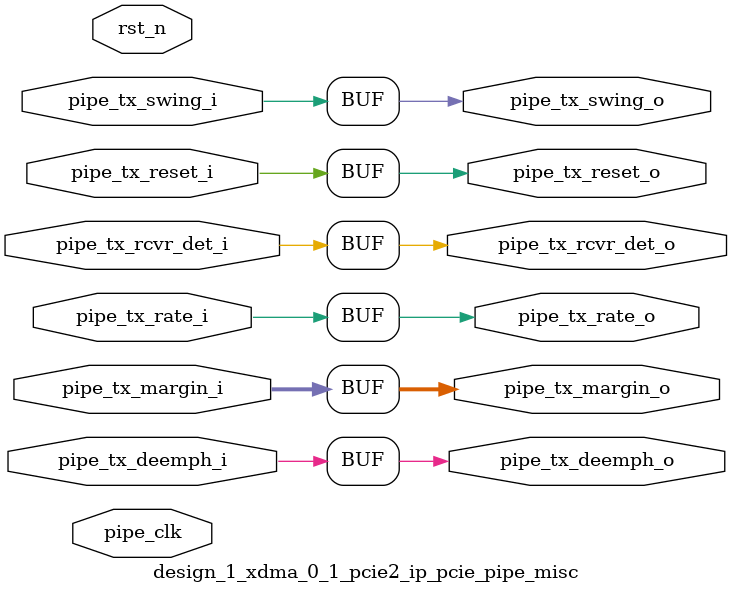
<source format=v>

`timescale 1ps/1ps

(* DowngradeIPIdentifiedWarnings = "yes" *)
module design_1_xdma_0_1_pcie2_ip_pcie_pipe_misc #
(
    parameter        PIPE_PIPELINE_STAGES = 0,    // 0 - 0 stages, 1 - 1 stage, 2 - 2 stages
    parameter TCQ  = 1 // synthesis warning solved: parameter declaration becomes local
)
(

    input   wire        pipe_tx_rcvr_det_i       ,     // PIPE Tx Receiver Detect
    input   wire        pipe_tx_reset_i          ,     // PIPE Tx Reset
    input   wire        pipe_tx_rate_i           ,     // PIPE Tx Rate
    input   wire        pipe_tx_deemph_i         ,     // PIPE Tx Deemphasis
    input   wire [2:0]  pipe_tx_margin_i         ,     // PIPE Tx Margin
    input   wire        pipe_tx_swing_i          ,     // PIPE Tx Swing

    output  wire        pipe_tx_rcvr_det_o       ,     // Pipelined PIPE Tx Receiver Detect
    output  wire        pipe_tx_reset_o          ,     // Pipelined PIPE Tx Reset
    output  wire        pipe_tx_rate_o           ,     // Pipelined PIPE Tx Rate
    output  wire        pipe_tx_deemph_o         ,     // Pipelined PIPE Tx Deemphasis
    output  wire [2:0]  pipe_tx_margin_o         ,     // Pipelined PIPE Tx Margin
    output  wire        pipe_tx_swing_o          ,     // Pipelined PIPE Tx Swing

    input   wire        pipe_clk                ,      // PIPE Clock
    input   wire        rst_n                          // Reset
);

//******************************************************************//
// Reality check.                                                   //
//******************************************************************//

//    parameter TCQ  = 1;      // clock to out delay model

    generate

    if (PIPE_PIPELINE_STAGES == 0) begin : pipe_stages_0

        assign pipe_tx_rcvr_det_o = pipe_tx_rcvr_det_i;
        assign pipe_tx_reset_o  = pipe_tx_reset_i;
        assign pipe_tx_rate_o = pipe_tx_rate_i;
        assign pipe_tx_deemph_o = pipe_tx_deemph_i;
        assign pipe_tx_margin_o = pipe_tx_margin_i;
        assign pipe_tx_swing_o = pipe_tx_swing_i;

    end // if (PIPE_PIPELINE_STAGES == 0)
    else if (PIPE_PIPELINE_STAGES == 1) begin : pipe_stages_1

    reg                pipe_tx_rcvr_det_q       ;
    reg                pipe_tx_reset_q          ;
    reg                pipe_tx_rate_q           ;
    reg                pipe_tx_deemph_q         ;
    reg [2:0]          pipe_tx_margin_q         ;
    reg                pipe_tx_swing_q          ;

        always @(posedge pipe_clk) begin

        if (rst_n)
        begin

            pipe_tx_rcvr_det_q <= #TCQ 0;
            pipe_tx_reset_q  <= #TCQ 1'b1;
            pipe_tx_rate_q <= #TCQ 0;
            pipe_tx_deemph_q <= #TCQ 1'b1;
            pipe_tx_margin_q <= #TCQ 0;
            pipe_tx_swing_q <= #TCQ 0;

        end
        else
        begin

            pipe_tx_rcvr_det_q <= #TCQ pipe_tx_rcvr_det_i;
            pipe_tx_reset_q  <= #TCQ pipe_tx_reset_i;
            pipe_tx_rate_q <= #TCQ pipe_tx_rate_i;
            pipe_tx_deemph_q <= #TCQ pipe_tx_deemph_i;
            pipe_tx_margin_q <= #TCQ pipe_tx_margin_i;
            pipe_tx_swing_q <= #TCQ pipe_tx_swing_i;

          end

        end

        assign pipe_tx_rcvr_det_o = pipe_tx_rcvr_det_q;
        assign pipe_tx_reset_o  = pipe_tx_reset_q;
        assign pipe_tx_rate_o = pipe_tx_rate_q;
        assign pipe_tx_deemph_o = pipe_tx_deemph_q;
        assign pipe_tx_margin_o = pipe_tx_margin_q;
        assign pipe_tx_swing_o = pipe_tx_swing_q;

    end // if (PIPE_PIPELINE_STAGES == 1)
    else if (PIPE_PIPELINE_STAGES == 2) begin : pipe_stages_2

    reg                pipe_tx_rcvr_det_q       ;
    reg                pipe_tx_reset_q          ;
    reg                pipe_tx_rate_q           ;
    reg                pipe_tx_deemph_q         ;
    reg [2:0]          pipe_tx_margin_q         ;
    reg                pipe_tx_swing_q          ;

    reg                pipe_tx_rcvr_det_qq      ;
    reg                pipe_tx_reset_qq         ;
    reg                pipe_tx_rate_qq          ;
    reg                pipe_tx_deemph_qq        ;
    reg [2:0]          pipe_tx_margin_qq        ;
    reg                pipe_tx_swing_qq         ;

        always @(posedge pipe_clk) begin

        if (rst_n)
        begin

            pipe_tx_rcvr_det_q <= #TCQ 0;
            pipe_tx_reset_q  <= #TCQ 1'b1;
            pipe_tx_rate_q <= #TCQ 0;
            pipe_tx_deemph_q <= #TCQ 1'b1;
            pipe_tx_margin_q <= #TCQ 0;
            pipe_tx_swing_q <= #TCQ 0;

            pipe_tx_rcvr_det_qq <= #TCQ 0;
            pipe_tx_reset_qq  <= #TCQ 1'b1;
            pipe_tx_rate_qq <= #TCQ 0;
            pipe_tx_deemph_qq <= #TCQ 1'b1;
            pipe_tx_margin_qq <= #TCQ 0;
            pipe_tx_swing_qq <= #TCQ 0;

        end
        else
        begin

            pipe_tx_rcvr_det_q <= #TCQ pipe_tx_rcvr_det_i;
            pipe_tx_reset_q  <= #TCQ pipe_tx_reset_i;
            pipe_tx_rate_q <= #TCQ pipe_tx_rate_i;
            pipe_tx_deemph_q <= #TCQ pipe_tx_deemph_i;
            pipe_tx_margin_q <= #TCQ pipe_tx_margin_i;
            pipe_tx_swing_q <= #TCQ pipe_tx_swing_i;

            pipe_tx_rcvr_det_qq <= #TCQ pipe_tx_rcvr_det_q;
            pipe_tx_reset_qq  <= #TCQ pipe_tx_reset_q;
            pipe_tx_rate_qq <= #TCQ pipe_tx_rate_q;
            pipe_tx_deemph_qq <= #TCQ pipe_tx_deemph_q;
            pipe_tx_margin_qq <= #TCQ pipe_tx_margin_q;
            pipe_tx_swing_qq <= #TCQ pipe_tx_swing_q;

          end

        end

        assign pipe_tx_rcvr_det_o = pipe_tx_rcvr_det_qq;
        assign pipe_tx_reset_o  = pipe_tx_reset_qq;
        assign pipe_tx_rate_o = pipe_tx_rate_qq;
        assign pipe_tx_deemph_o = pipe_tx_deemph_qq;
        assign pipe_tx_margin_o = pipe_tx_margin_qq;
        assign pipe_tx_swing_o = pipe_tx_swing_qq;

    end // if (PIPE_PIPELINE_STAGES == 2)

    endgenerate

endmodule


</source>
